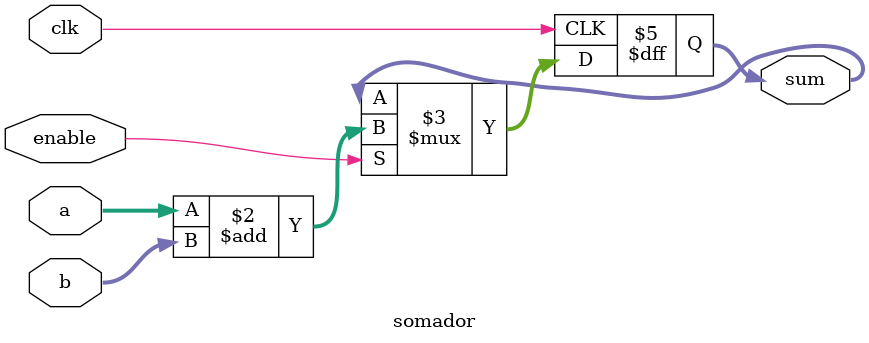
<source format=v>
module somador (
    input [3:0] a,
    input [3:0] b,
    input clk,
    input enable,
    output reg [4:0] sum
);

always @(posedge clk) begin
    if (enable) begin
        sum <= a + b;
    end
end

endmodule
</source>
